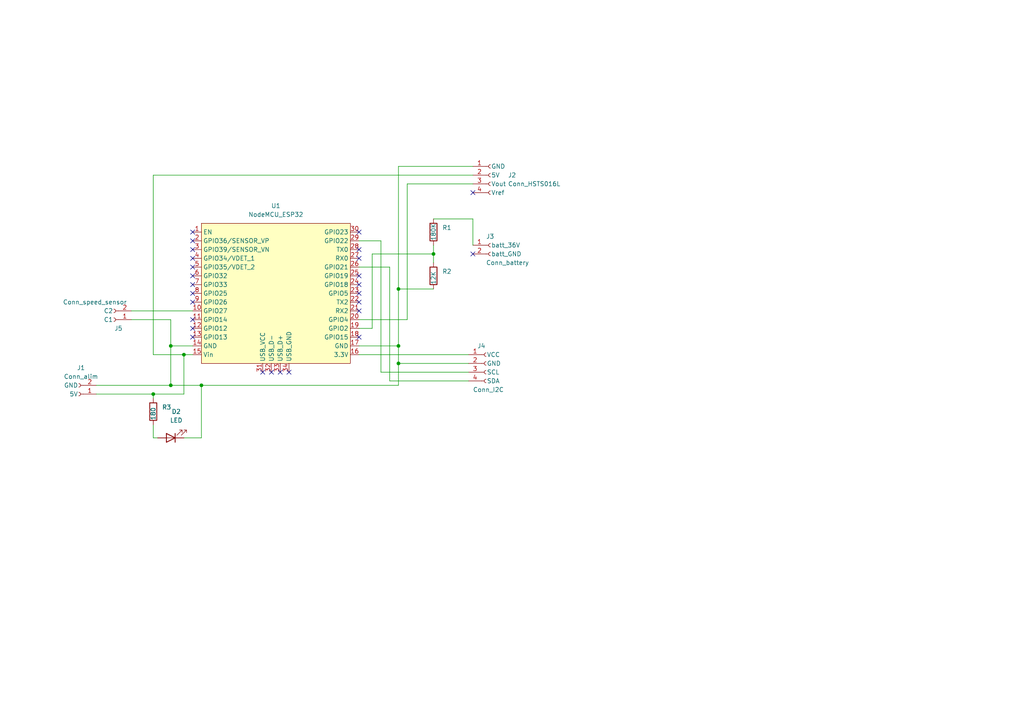
<source format=kicad_sch>
(kicad_sch (version 20211123) (generator eeschema)
  (paper "A4")
  (lib_symbols
    (symbol "Device:LED" (pin_numbers hide) (pin_names (offset 1.016) hide)
      (property "Reference" "D" (at 0 2.54 0))
      (property "Value" "LED" (at 0 -2.54 0))
      (symbol "LED_0_1"
        (polyline (pts (xy -1.27 -1.27) (xy -1.27 1.27)) (stroke (width 0.254)))
        (polyline (pts (xy -1.27 0) (xy 1.27 0)))
        (polyline (pts (xy 1.27 -1.27) (xy 1.27 1.27) (xy -1.27 0) (xy 1.27 -1.27)) (stroke (width 0.254)))
        (polyline (pts (xy -3.048 -0.762) (xy -4.572 -2.286) (xy -3.81 -2.286) (xy -4.572 -2.286) (xy -4.572 -1.524)))
        (polyline (pts (xy -1.778 -0.762) (xy -3.302 -2.286) (xy -2.54 -2.286) (xy -3.302 -2.286) (xy -3.302 -1.524)))
      )
      (symbol "LED_1_1"
        (pin passive line (at -3.81 0 0) (length 2.54) (name "K") (number "1"))
        (pin passive line (at 3.81 0 180) (length 2.54) (name "A") (number "2"))
      )
    )
    (symbol "Device:R" (pin_numbers hide) (pin_names (offset 0))
      (property "Reference" "R" (at 2.032 0 90))
      (property "Value" "R" (at 0 0 90))
      (symbol "R_0_1"
        (rectangle (start -1.016 -2.54) (end 1.016 2.54) (stroke (width 0.254)))
      )
      (symbol "R_1_1"
        (pin passive line (at 0 3.81 270) (length 1.27) (name "~") (number "1"))
        (pin passive line (at 0 -3.81 90) (length 1.27) (name "~") (number "2"))
      )
    )
    (symbol "vehicle-monitor:Conn_HSTS016L" (pin_names (offset 1.5))
      (property "Reference" "J" (at 0 5.08 0))
      (property "Value" "Conn_HSTS016L" (at 0 -7.62 0))
      (symbol "Conn_HSTS016L_1_1"
        (arc (start 0 -4.572) (mid -0.508 -5.08) (end 0 -5.588) (stroke (width 0.1524)))
        (arc (start 0 -2.032) (mid -0.508 -2.54) (end 0 -3.048) (stroke (width 0.1524)))
        (polyline (pts (xy -1.27 -5.08) (xy -0.508 -5.08)) (stroke (width 0.1524)))
        (polyline (pts (xy -1.27 -2.54) (xy -0.508 -2.54)) (stroke (width 0.1524)))
        (polyline (pts (xy -1.27 0) (xy -0.508 0)) (stroke (width 0.1524)))
        (polyline (pts (xy -1.27 2.54) (xy -0.508 2.54)) (stroke (width 0.1524)))
        (arc (start 0 0.508) (mid -0.508 0) (end 0 -0.508) (stroke (width 0.1524)))
        (arc (start 0 3.048) (mid -0.508 2.54) (end 0 2.032) (stroke (width 0.1524)))
        (pin power_in line (at -5.08 2.54 0) (length 3.81) (name "GND") (number "1"))
        (pin power_in line (at -5.08 0 0) (length 3.81) (name "5V") (number "2"))
        (pin output line (at -5.08 -2.54 0) (length 3.81) (name "Vout") (number "3"))
        (pin output line (at -5.08 -5.08 0) (length 3.81) (name "Vref") (number "4"))
      )
    )
    (symbol "vehicle-monitor:Conn_I2C" (pin_names (offset 1.5))
      (property "Reference" "J" (at 0 5.08 0))
      (property "Value" "Conn_I2C" (at 0 -7.62 0))
      (symbol "Conn_I2C_1_1"
        (arc (start 0 -4.572) (mid -0.508 -5.08) (end 0 -5.588) (stroke (width 0.1524)))
        (arc (start 0 -2.032) (mid -0.508 -2.54) (end 0 -3.048) (stroke (width 0.1524)))
        (polyline (pts (xy -1.27 -5.08) (xy -0.508 -5.08)) (stroke (width 0.1524)))
        (polyline (pts (xy -1.27 -2.54) (xy -0.508 -2.54)) (stroke (width 0.1524)))
        (polyline (pts (xy -1.27 0) (xy -0.508 0)) (stroke (width 0.1524)))
        (polyline (pts (xy -1.27 2.54) (xy -0.508 2.54)) (stroke (width 0.1524)))
        (arc (start 0 0.508) (mid -0.508 0) (end 0 -0.508) (stroke (width 0.1524)))
        (arc (start 0 3.048) (mid -0.508 2.54) (end 0 2.032) (stroke (width 0.1524)))
        (pin power_in line (at -5.08 2.54 0) (length 3.81) (name "VCC") (number "1"))
        (pin power_in line (at -5.08 0 0) (length 3.81) (name "GND") (number "2"))
        (pin input line (at -5.08 -2.54 0) (length 3.81) (name "SCL") (number "3"))
        (pin bidirectional line (at -5.08 -5.08 0) (length 3.81) (name "SDA") (number "4"))
      )
    )
    (symbol "vehicle-monitor:Conn_alim" (pin_names (offset 1.5))
      (property "Reference" "J" (at 0 2.54 0))
      (property "Value" "Conn_alim" (at 0 -5.08 0))
      (symbol "Conn_alim_1_1"
        (arc (start 0 -2.032) (mid -0.508 -2.54) (end 0 -3.048) (stroke (width 0.1524)))
        (polyline (pts (xy -1.27 -2.54) (xy -0.508 -2.54)) (stroke (width 0.1524)))
        (polyline (pts (xy -1.27 0) (xy -0.508 0)) (stroke (width 0.1524)))
        (arc (start 0 0.508) (mid -0.508 0) (end 0 -0.508) (stroke (width 0.1524)))
        (pin power_out line (at -5.08 0 0) (length 3.81) (name "5V") (number "1"))
        (pin power_out line (at -5.08 -2.54 0) (length 3.81) (name "GND") (number "2"))
      )
    )
    (symbol "vehicle-monitor:Conn_battery" (pin_names (offset 1.5))
      (property "Reference" "J" (at 0 2.54 0))
      (property "Value" "Conn_battery" (at 0 -5.08 0))
      (symbol "Conn_battery_1_1"
        (arc (start 0 -2.032) (mid -0.508 -2.54) (end 0 -3.048) (stroke (width 0.1524)))
        (polyline (pts (xy -1.27 -2.54) (xy -0.508 -2.54)))
        (polyline (pts (xy -1.27 0) (xy -0.508 0)) (stroke (width 0.1524)))
        (arc (start 0 0.508) (mid -0.508 0) (end 0 -0.508) (stroke (width 0.1524)))
        (pin power_out line (at -5.08 0 0) (length 3.81) (name "batt_36V") (number "1"))
        (pin power_in line (at -5.08 -2.54 0) (length 3.81) (name "batt_GND") (number "2"))
      )
    )
    (symbol "vehicle-monitor:Conn_speed_sensor" (pin_names (offset 1.5))
      (property "Reference" "J" (at 0 2.54 0))
      (property "Value" "Conn_speed_sensor" (at 0 -5.08 0))
      (symbol "Conn_speed_sensor_1_1"
        (arc (start 0 -2.032) (mid -0.508 -2.54) (end 0 -3.048) (stroke (width 0.1524)))
        (polyline (pts (xy -1.27 -2.54) (xy -0.508 -2.54)) (stroke (width 0.1524)))
        (polyline (pts (xy -1.27 0) (xy -0.508 0)) (stroke (width 0.1524)))
        (arc (start 0 0.508) (mid -0.508 0) (end 0 -0.508) (stroke (width 0.1524)))
        (pin passive line (at -5.08 0 0) (length 3.81) (name "C1") (number "1"))
        (pin passive line (at -5.08 -2.54 0) (length 3.81) (name "C2") (number "2"))
      )
    )
    (symbol "vehicle-monitor:NodeMCU_ESP32"
      (property "Reference" "U" (at -21.59 21.59 0))
      (property "Value" "NodeMCU_ESP32" (at 13.97 21.59 0))
      (symbol "NodeMCU_ESP32_0_1"
        (rectangle (start -21.59 20.32) (end 21.59 -20.32) (fill (type background)))
      )
      (symbol "NodeMCU_ESP32_1_1"
        (pin input line (at -24.13 17.78 0) (length 2.54) (name "EN") (number "1"))
        (pin bidirectional line (at -24.13 -5.08 0) (length 2.54) (name "GPIO27") (number "10"))
        (pin bidirectional line (at -24.13 -7.62 0) (length 2.54) (name "GPIO14") (number "11"))
        (pin bidirectional line (at -24.13 -10.16 0) (length 2.54) (name "GPIO12") (number "12"))
        (pin bidirectional line (at -24.13 -12.7 0) (length 2.54) (name "GPIO13") (number "13"))
        (pin power_in line (at -24.13 -15.24 0) (length 2.54) (name "GND") (number "14"))
        (pin power_in line (at -24.13 -17.78 0) (length 2.54) (name "Vin") (number "15"))
        (pin power_out line (at 24.13 -17.78 180) (length 2.54) (name "3.3V") (number "16"))
        (pin power_in line (at 24.13 -15.24 180) (length 2.54) (name "GND") (number "17"))
        (pin bidirectional line (at 24.13 -12.7 180) (length 2.54) (name "GPIO15") (number "18"))
        (pin bidirectional line (at 24.13 -10.16 180) (length 2.54) (name "GPIO2") (number "19"))
        (pin input line (at -24.13 15.24 0) (length 2.54) (name "GPIO36/SENSOR_VP") (number "2"))
        (pin bidirectional line (at 24.13 -7.62 180) (length 2.54) (name "GPIO4") (number "20"))
        (pin bidirectional line (at 24.13 -5.08 180) (length 2.54) (name "RX2") (number "21"))
        (pin bidirectional line (at 24.13 -2.54 180) (length 2.54) (name "TX2") (number "22"))
        (pin bidirectional line (at 24.13 0 180) (length 2.54) (name "GPIO5") (number "23"))
        (pin bidirectional line (at 24.13 2.54 180) (length 2.54) (name "GPIO18") (number "24"))
        (pin bidirectional line (at 24.13 5.08 180) (length 2.54) (name "GPIO19") (number "25"))
        (pin bidirectional line (at 24.13 7.62 180) (length 2.54) (name "GPIO21") (number "26"))
        (pin bidirectional line (at 24.13 10.16 180) (length 2.54) (name "RX0") (number "27"))
        (pin bidirectional line (at 24.13 12.7 180) (length 2.54) (name "TX0") (number "28"))
        (pin bidirectional line (at 24.13 15.24 180) (length 2.54) (name "GPIO22") (number "29"))
        (pin input line (at -24.13 12.7 0) (length 2.54) (name "GPIO39/SENSOR_VN") (number "3"))
        (pin bidirectional line (at 24.13 17.78 180) (length 2.54) (name "GPIO23") (number "30"))
        (pin power_in line (at -3.81 -22.86 90) (length 2.54) (name "USB_VCC") (number "31"))
        (pin bidirectional line (at -1.27 -22.86 90) (length 2.54) (name "USB_D-") (number "32"))
        (pin bidirectional line (at 1.27 -22.86 90) (length 2.54) (name "USB_D+") (number "33"))
        (pin power_in line (at 3.81 -22.86 90) (length 2.54) (name "USB_GND") (number "34"))
        (pin input line (at -24.13 10.16 0) (length 2.54) (name "GPIO34/VDET_1") (number "4"))
        (pin input line (at -24.13 7.62 0) (length 2.54) (name "GPIO35/VDET_2") (number "5"))
        (pin bidirectional line (at -24.13 5.08 0) (length 2.54) (name "GPIO32") (number "6"))
        (pin bidirectional line (at -24.13 2.54 0) (length 2.54) (name "GPIO33") (number "7"))
        (pin bidirectional line (at -24.13 0 0) (length 2.54) (name "GPIO25") (number "8"))
        (pin bidirectional line (at -24.13 -2.54 0) (length 2.54) (name "GPIO26") (number "9"))
      )
    )
  )
  (junction (at 53.34 102.87))
  (junction (at 115.57 105.41))
  (junction (at 58.42 111.76))
  (junction (at 49.53 100.33))
  (junction (at 125.73 73.66))
  (junction (at 115.57 83.82))
  (junction (at 44.45 114.3))
  (junction (at 49.53 111.76))
  (junction (at 115.57 100.33))
  (no_connect (at 104.14 97.79))
  (no_connect (at 104.14 90.17))
  (no_connect (at 104.14 87.63))
  (no_connect (at 55.88 69.85))
  (no_connect (at 55.88 72.39))
  (no_connect (at 104.14 85.09))
  (no_connect (at 104.14 67.31))
  (no_connect (at 137.16 55.88))
  (no_connect (at 55.88 82.55))
  (no_connect (at 55.88 85.09))
  (no_connect (at 55.88 87.63))
  (no_connect (at 55.88 92.71))
  (no_connect (at 55.88 95.25))
  (no_connect (at 55.88 97.79))
  (no_connect (at 76.2 107.95))
  (no_connect (at 78.74 107.95))
  (no_connect (at 81.28 107.95))
  (no_connect (at 83.82 107.95))
  (no_connect (at 55.88 67.31))
  (no_connect (at 55.88 74.93))
  (no_connect (at 55.88 77.47))
  (no_connect (at 55.88 80.01))
  (no_connect (at 104.14 82.55))
  (no_connect (at 104.14 80.01))
  (no_connect (at 104.14 74.93))
  (no_connect (at 104.14 72.39))
  (no_connect (at 137.16 73.66))
  (wire (pts (xy 118.11 92.71) (xy 118.11 53.34)))
  (wire (pts (xy 27.94 111.76) (xy 49.53 111.76)))
  (wire (pts (xy 113.03 77.47) (xy 113.03 110.49)))
  (wire (pts (xy 115.57 105.41) (xy 115.57 100.33)))
  (wire (pts (xy 49.53 100.33) (xy 55.88 100.33)))
  (wire (pts (xy 115.57 48.26) (xy 137.16 48.26)))
  (wire (pts (xy 53.34 102.87) (xy 53.34 114.3)))
  (wire (pts (xy 104.14 92.71) (xy 118.11 92.71)))
  (wire (pts (xy 49.53 111.76) (xy 49.53 100.33)))
  (wire (pts (xy 137.16 71.12) (xy 137.16 63.5)))
  (wire (pts (xy 44.45 123.19) (xy 44.45 127)))
  (wire (pts (xy 104.14 100.33) (xy 115.57 100.33)))
  (wire (pts (xy 110.49 107.95) (xy 110.49 69.85)))
  (wire (pts (xy 58.42 111.76) (xy 115.57 111.76)))
  (wire (pts (xy 110.49 107.95) (xy 135.89 107.95)))
  (wire (pts (xy 107.95 73.66) (xy 107.95 95.25)))
  (wire (pts (xy 44.45 114.3) (xy 44.45 115.57)))
  (wire (pts (xy 115.57 83.82) (xy 125.73 83.82)))
  (wire (pts (xy 38.1 92.71) (xy 49.53 92.71)))
  (wire (pts (xy 55.88 102.87) (xy 53.34 102.87)))
  (wire (pts (xy 58.42 127) (xy 58.42 111.76)))
  (wire (pts (xy 53.34 114.3) (xy 44.45 114.3)))
  (wire (pts (xy 137.16 63.5) (xy 125.73 63.5)))
  (wire (pts (xy 125.73 71.12) (xy 125.73 73.66)))
  (wire (pts (xy 53.34 102.87) (xy 44.45 102.87)))
  (wire (pts (xy 125.73 73.66) (xy 125.73 76.2)))
  (wire (pts (xy 49.53 92.71) (xy 49.53 100.33)))
  (wire (pts (xy 49.53 111.76) (xy 58.42 111.76)))
  (wire (pts (xy 27.94 114.3) (xy 44.45 114.3)))
  (wire (pts (xy 107.95 95.25) (xy 104.14 95.25)))
  (wire (pts (xy 104.14 102.87) (xy 135.89 102.87)))
  (wire (pts (xy 38.1 90.17) (xy 55.88 90.17)))
  (wire (pts (xy 104.14 77.47) (xy 113.03 77.47)))
  (wire (pts (xy 44.45 50.8) (xy 137.16 50.8)))
  (wire (pts (xy 115.57 111.76) (xy 115.57 105.41)))
  (wire (pts (xy 118.11 53.34) (xy 137.16 53.34)))
  (wire (pts (xy 115.57 105.41) (xy 135.89 105.41)))
  (wire (pts (xy 115.57 100.33) (xy 115.57 83.82)))
  (wire (pts (xy 115.57 83.82) (xy 115.57 48.26)))
  (wire (pts (xy 110.49 69.85) (xy 104.14 69.85)))
  (wire (pts (xy 125.73 73.66) (xy 107.95 73.66)))
  (wire (pts (xy 113.03 110.49) (xy 135.89 110.49)))
  (wire (pts (xy 53.34 127) (xy 58.42 127)))
  (wire (pts (xy 44.45 127) (xy 45.72 127)))
  (wire (pts (xy 44.45 102.87) (xy 44.45 50.8)))
  (symbol (lib_id "vehicle-monitor:Conn_battery") (at 142.24 71.12 0) (unit 1)
    (property "Reference" "J3" (at 140.97 68.58 0) (effects (justify left)))
    (property "Value" "Conn_battery" (at 140.97 76.2 0) (effects (justify left)))
  )
  (symbol (lib_id "vehicle-monitor:Conn_speed_sensor") (at 33.02 92.71 180) (unit 1)
    (property "Reference" "J5" (at 35.56 95.25 0) (effects (justify left)))
    (property "Value" "Conn_speed_sensor" (at 36.83 87.63 0) (effects (justify left)))
  )
  (symbol (lib_id "vehicle-monitor:Conn_I2C") (at 140.97 105.41 0) (unit 1)
    (property "Reference" "J4" (at 138.43 100.33 0) (effects (justify left)))
    (property "Value" "Conn_I2C" (at 137.16 113.03 0) (effects (justify left)))
  )
  (symbol (lib_id "Device:R") (at 125.73 80.01 0) (unit 1)
    (property "Reference" "R2" (at 128.27 78.7399 0) (effects (justify left)))
    (property "Value" "12K" (at 125.73 82.55 90) (effects (justify left)))
  )
  (symbol (lib_id "vehicle-monitor:Conn_HSTS016L") (at 142.24 50.8 0) (unit 1)
    (property "Reference" "J2" (at 147.32 50.8 0) (effects (justify left)))
    (property "Value" "Conn_HSTS016L" (at 147.32 53.34 0) (effects (justify left)))
  )
  (symbol (lib_id "Device:LED") (at 49.53 127 180) (unit 1)
    (property "Reference" "D2" (at 51.1175 119.38 0))
    (property "Value" "LED" (at 51.1175 121.92 0))
  )
  (symbol (lib_id "vehicle-monitor:NodeMCU_ESP32") (at 80.01 85.09 0) (unit 1)
    (property "Reference" "U1" (at 80.01 59.69 0))
    (property "Value" "NodeMCU_ESP32" (at 80.01 62.23 0))
  )
  (symbol (lib_id "Device:R") (at 125.73 67.31 0) (unit 1)
    (property "Reference" "R1" (at 128.27 66.0399 0) (effects (justify left)))
    (property "Value" "180K" (at 125.73 69.85 90) (effects (justify left)))
  )
  (symbol (lib_id "vehicle-monitor:Conn_alim") (at 22.86 114.3 180) (unit 1)
    (property "Reference" "J1" (at 23.495 106.68 0))
    (property "Value" "Conn_alim" (at 23.495 109.22 0))
  )
  (symbol (lib_id "Device:R") (at 44.45 119.38 0) (unit 1)
    (property "Reference" "R3" (at 46.99 118.1099 0) (effects (justify left)))
    (property "Value" "180" (at 44.45 121.92 90) (effects (justify left)))
  )
)
</source>
